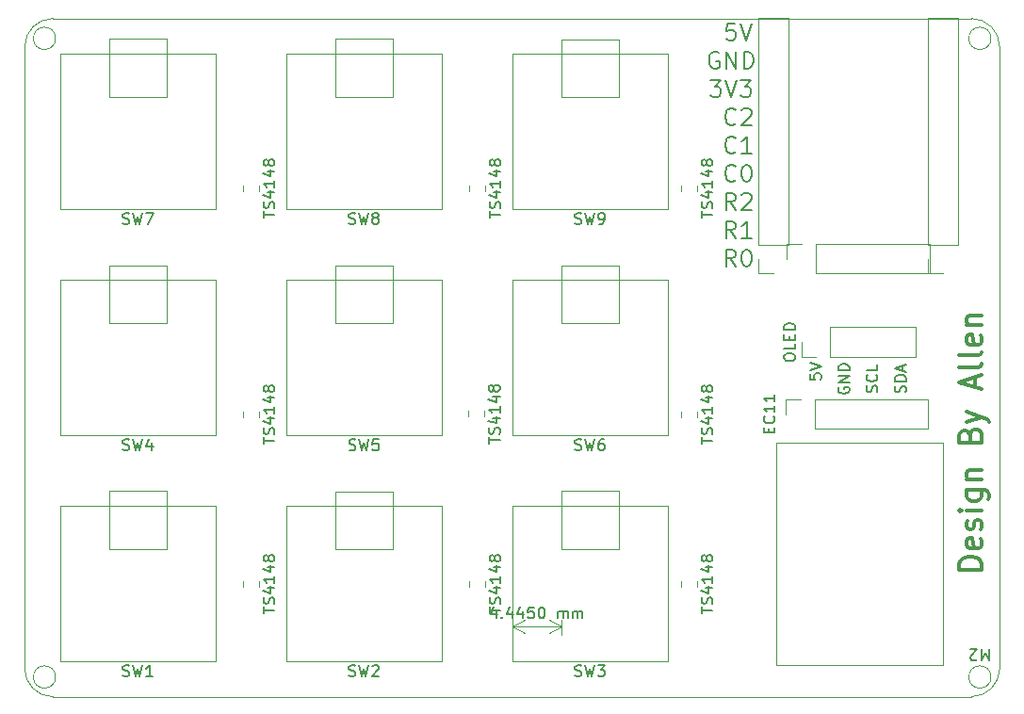
<source format=gbr>
%TF.GenerationSoftware,KiCad,Pcbnew,(6.0.5)*%
%TF.CreationDate,2022-06-17T09:46:01+08:00*%
%TF.ProjectId,keyboard_V4,6b657962-6f61-4726-945f-56342e6b6963,rev?*%
%TF.SameCoordinates,Original*%
%TF.FileFunction,Legend,Top*%
%TF.FilePolarity,Positive*%
%FSLAX46Y46*%
G04 Gerber Fmt 4.6, Leading zero omitted, Abs format (unit mm)*
G04 Created by KiCad (PCBNEW (6.0.5)) date 2022-06-17 09:46:01*
%MOMM*%
%LPD*%
G01*
G04 APERTURE LIST*
%TA.AperFunction,Profile*%
%ADD10C,0.050000*%
%TD*%
%ADD11C,0.200000*%
%ADD12C,0.150000*%
%ADD13C,0.300000*%
%ADD14C,0.120000*%
G04 APERTURE END LIST*
D10*
X43241538Y-103567747D02*
X38059938Y-103567747D01*
X38059938Y-103567747D02*
X38059938Y-98356147D01*
X38059938Y-98356147D02*
X43241538Y-98356147D01*
X43241538Y-98356147D02*
X43241538Y-103567747D01*
X115570000Y-55880000D02*
X33020000Y-55880000D01*
X83870800Y-83235800D02*
X78689200Y-83235800D01*
X78689200Y-83235800D02*
X78689200Y-78054200D01*
X78689200Y-78054200D02*
X83870800Y-78054200D01*
X83870800Y-78054200D02*
X83870800Y-83235800D01*
X117332000Y-57658000D02*
G75*
G03*
X117332000Y-57658000I-1000000J0D01*
G01*
X83876806Y-103567747D02*
X78695206Y-103567747D01*
X78695206Y-103567747D02*
X78695206Y-98366147D01*
X78695206Y-98366147D02*
X83876806Y-98366147D01*
X83876806Y-98366147D02*
X83876806Y-103567747D01*
X43241538Y-83255800D02*
X38059938Y-83255800D01*
X38059938Y-83255800D02*
X38059938Y-78054200D01*
X38059938Y-78054200D02*
X43241538Y-78054200D01*
X43241538Y-78054200D02*
X43241538Y-83255800D01*
X63559172Y-83255800D02*
X58377572Y-83255800D01*
X58377572Y-83255800D02*
X58377572Y-78054200D01*
X58377572Y-78054200D02*
X63559172Y-78054200D01*
X63559172Y-78054200D02*
X63559172Y-83255800D01*
X63550800Y-103575000D02*
X58369200Y-103575000D01*
X58369200Y-103575000D02*
X58369200Y-98373400D01*
X58369200Y-98373400D02*
X63550800Y-98373400D01*
X63550800Y-98373400D02*
X63550800Y-103575000D01*
X117332000Y-115062000D02*
G75*
G03*
X117332000Y-115062000I-1000000J0D01*
G01*
X118110000Y-58420000D02*
X118110000Y-114300000D01*
X30480000Y-58420000D02*
X30480000Y-114300000D01*
X30480000Y-114300000D02*
G75*
G03*
X33020000Y-116840000I2540000J0D01*
G01*
X43230800Y-62935800D02*
X38049200Y-62935800D01*
X38049200Y-62935800D02*
X38049200Y-57714200D01*
X38049200Y-57714200D02*
X43230800Y-57714200D01*
X43230800Y-57714200D02*
X43230800Y-62935800D01*
X33020000Y-116840000D02*
X115570000Y-116840000D01*
X83870800Y-62925800D02*
X78689200Y-62925800D01*
X78689200Y-62925800D02*
X78689200Y-57734200D01*
X78689200Y-57734200D02*
X83870800Y-57734200D01*
X83870800Y-57734200D02*
X83870800Y-62925800D01*
X33258000Y-57658000D02*
G75*
G03*
X33258000Y-57658000I-1000000J0D01*
G01*
X33020000Y-55880000D02*
G75*
G03*
X30480000Y-58420000I0J-2540000D01*
G01*
X118110000Y-58420000D02*
G75*
G03*
X115570000Y-55880000I-2540000J0D01*
G01*
X63550800Y-62935800D02*
X58369200Y-62935800D01*
X58369200Y-62935800D02*
X58369200Y-57714200D01*
X58369200Y-57714200D02*
X63550800Y-57714200D01*
X63550800Y-57714200D02*
X63550800Y-62935800D01*
X98000000Y-94000000D02*
X113000000Y-94000000D01*
X113000000Y-94000000D02*
X113000000Y-114000000D01*
X113000000Y-114000000D02*
X98000000Y-114000000D01*
X98000000Y-114000000D02*
X98000000Y-94000000D01*
X115570000Y-116840000D02*
G75*
G03*
X118110000Y-114300000I0J2540000D01*
G01*
X33258000Y-115062000D02*
G75*
G03*
X33258000Y-115062000I-1000000J0D01*
G01*
D11*
X94365000Y-70385714D02*
X94293571Y-70457142D01*
X94079285Y-70528571D01*
X93936428Y-70528571D01*
X93722142Y-70457142D01*
X93579285Y-70314285D01*
X93507857Y-70171428D01*
X93436428Y-69885714D01*
X93436428Y-69671428D01*
X93507857Y-69385714D01*
X93579285Y-69242857D01*
X93722142Y-69100000D01*
X93936428Y-69028571D01*
X94079285Y-69028571D01*
X94293571Y-69100000D01*
X94365000Y-69171428D01*
X95293571Y-69028571D02*
X95436428Y-69028571D01*
X95579285Y-69100000D01*
X95650714Y-69171428D01*
X95722142Y-69314285D01*
X95793571Y-69600000D01*
X95793571Y-69957142D01*
X95722142Y-70242857D01*
X95650714Y-70385714D01*
X95579285Y-70457142D01*
X95436428Y-70528571D01*
X95293571Y-70528571D01*
X95150714Y-70457142D01*
X95079285Y-70385714D01*
X95007857Y-70242857D01*
X94936428Y-69957142D01*
X94936428Y-69600000D01*
X95007857Y-69314285D01*
X95079285Y-69171428D01*
X95150714Y-69100000D01*
X95293571Y-69028571D01*
X94365000Y-67845714D02*
X94293571Y-67917142D01*
X94079285Y-67988571D01*
X93936428Y-67988571D01*
X93722142Y-67917142D01*
X93579285Y-67774285D01*
X93507857Y-67631428D01*
X93436428Y-67345714D01*
X93436428Y-67131428D01*
X93507857Y-66845714D01*
X93579285Y-66702857D01*
X93722142Y-66560000D01*
X93936428Y-66488571D01*
X94079285Y-66488571D01*
X94293571Y-66560000D01*
X94365000Y-66631428D01*
X95793571Y-67988571D02*
X94936428Y-67988571D01*
X95365000Y-67988571D02*
X95365000Y-66488571D01*
X95222142Y-66702857D01*
X95079285Y-66845714D01*
X94936428Y-66917142D01*
X94365000Y-65305714D02*
X94293571Y-65377142D01*
X94079285Y-65448571D01*
X93936428Y-65448571D01*
X93722142Y-65377142D01*
X93579285Y-65234285D01*
X93507857Y-65091428D01*
X93436428Y-64805714D01*
X93436428Y-64591428D01*
X93507857Y-64305714D01*
X93579285Y-64162857D01*
X93722142Y-64020000D01*
X93936428Y-63948571D01*
X94079285Y-63948571D01*
X94293571Y-64020000D01*
X94365000Y-64091428D01*
X94936428Y-64091428D02*
X95007857Y-64020000D01*
X95150714Y-63948571D01*
X95507857Y-63948571D01*
X95650714Y-64020000D01*
X95722142Y-64091428D01*
X95793571Y-64234285D01*
X95793571Y-64377142D01*
X95722142Y-64591428D01*
X94865000Y-65448571D01*
X95793571Y-65448571D01*
X94365000Y-78148571D02*
X93865000Y-77434285D01*
X93507857Y-78148571D02*
X93507857Y-76648571D01*
X94079285Y-76648571D01*
X94222142Y-76720000D01*
X94293571Y-76791428D01*
X94365000Y-76934285D01*
X94365000Y-77148571D01*
X94293571Y-77291428D01*
X94222142Y-77362857D01*
X94079285Y-77434285D01*
X93507857Y-77434285D01*
X95293571Y-76648571D02*
X95436428Y-76648571D01*
X95579285Y-76720000D01*
X95650714Y-76791428D01*
X95722142Y-76934285D01*
X95793571Y-77220000D01*
X95793571Y-77577142D01*
X95722142Y-77862857D01*
X95650714Y-78005714D01*
X95579285Y-78077142D01*
X95436428Y-78148571D01*
X95293571Y-78148571D01*
X95150714Y-78077142D01*
X95079285Y-78005714D01*
X95007857Y-77862857D01*
X94936428Y-77577142D01*
X94936428Y-77220000D01*
X95007857Y-76934285D01*
X95079285Y-76791428D01*
X95150714Y-76720000D01*
X95293571Y-76648571D01*
D12*
X103640000Y-89026904D02*
X103592380Y-89122142D01*
X103592380Y-89265000D01*
X103640000Y-89407857D01*
X103735238Y-89503095D01*
X103830476Y-89550714D01*
X104020952Y-89598333D01*
X104163809Y-89598333D01*
X104354285Y-89550714D01*
X104449523Y-89503095D01*
X104544761Y-89407857D01*
X104592380Y-89265000D01*
X104592380Y-89169761D01*
X104544761Y-89026904D01*
X104497142Y-88979285D01*
X104163809Y-88979285D01*
X104163809Y-89169761D01*
X104592380Y-88550714D02*
X103592380Y-88550714D01*
X104592380Y-87979285D01*
X103592380Y-87979285D01*
X104592380Y-87503095D02*
X103592380Y-87503095D01*
X103592380Y-87265000D01*
X103640000Y-87122142D01*
X103735238Y-87026904D01*
X103830476Y-86979285D01*
X104020952Y-86931666D01*
X104163809Y-86931666D01*
X104354285Y-86979285D01*
X104449523Y-87026904D01*
X104544761Y-87122142D01*
X104592380Y-87265000D01*
X104592380Y-87503095D01*
D13*
X116474761Y-105408571D02*
X114474761Y-105408571D01*
X114474761Y-104932380D01*
X114570000Y-104646666D01*
X114760476Y-104456190D01*
X114950952Y-104360952D01*
X115331904Y-104265714D01*
X115617619Y-104265714D01*
X115998571Y-104360952D01*
X116189047Y-104456190D01*
X116379523Y-104646666D01*
X116474761Y-104932380D01*
X116474761Y-105408571D01*
X116379523Y-102646666D02*
X116474761Y-102837142D01*
X116474761Y-103218095D01*
X116379523Y-103408571D01*
X116189047Y-103503809D01*
X115427142Y-103503809D01*
X115236666Y-103408571D01*
X115141428Y-103218095D01*
X115141428Y-102837142D01*
X115236666Y-102646666D01*
X115427142Y-102551428D01*
X115617619Y-102551428D01*
X115808095Y-103503809D01*
X116379523Y-101789523D02*
X116474761Y-101599047D01*
X116474761Y-101218095D01*
X116379523Y-101027619D01*
X116189047Y-100932380D01*
X116093809Y-100932380D01*
X115903333Y-101027619D01*
X115808095Y-101218095D01*
X115808095Y-101503809D01*
X115712857Y-101694285D01*
X115522380Y-101789523D01*
X115427142Y-101789523D01*
X115236666Y-101694285D01*
X115141428Y-101503809D01*
X115141428Y-101218095D01*
X115236666Y-101027619D01*
X116474761Y-100075238D02*
X115141428Y-100075238D01*
X114474761Y-100075238D02*
X114570000Y-100170476D01*
X114665238Y-100075238D01*
X114570000Y-99980000D01*
X114474761Y-100075238D01*
X114665238Y-100075238D01*
X115141428Y-98265714D02*
X116760476Y-98265714D01*
X116950952Y-98360952D01*
X117046190Y-98456190D01*
X117141428Y-98646666D01*
X117141428Y-98932380D01*
X117046190Y-99122857D01*
X116379523Y-98265714D02*
X116474761Y-98456190D01*
X116474761Y-98837142D01*
X116379523Y-99027619D01*
X116284285Y-99122857D01*
X116093809Y-99218095D01*
X115522380Y-99218095D01*
X115331904Y-99122857D01*
X115236666Y-99027619D01*
X115141428Y-98837142D01*
X115141428Y-98456190D01*
X115236666Y-98265714D01*
X115141428Y-97313333D02*
X116474761Y-97313333D01*
X115331904Y-97313333D02*
X115236666Y-97218095D01*
X115141428Y-97027619D01*
X115141428Y-96741904D01*
X115236666Y-96551428D01*
X115427142Y-96456190D01*
X116474761Y-96456190D01*
X115427142Y-93313333D02*
X115522380Y-93027619D01*
X115617619Y-92932380D01*
X115808095Y-92837142D01*
X116093809Y-92837142D01*
X116284285Y-92932380D01*
X116379523Y-93027619D01*
X116474761Y-93218095D01*
X116474761Y-93980000D01*
X114474761Y-93980000D01*
X114474761Y-93313333D01*
X114570000Y-93122857D01*
X114665238Y-93027619D01*
X114855714Y-92932380D01*
X115046190Y-92932380D01*
X115236666Y-93027619D01*
X115331904Y-93122857D01*
X115427142Y-93313333D01*
X115427142Y-93980000D01*
X115141428Y-92170476D02*
X116474761Y-91694285D01*
X115141428Y-91218095D02*
X116474761Y-91694285D01*
X116950952Y-91884761D01*
X117046190Y-91980000D01*
X117141428Y-92170476D01*
X115903333Y-89027619D02*
X115903333Y-88075238D01*
X116474761Y-89218095D02*
X114474761Y-88551428D01*
X116474761Y-87884761D01*
X116474761Y-86932380D02*
X116379523Y-87122857D01*
X116189047Y-87218095D01*
X114474761Y-87218095D01*
X116474761Y-85884761D02*
X116379523Y-86075238D01*
X116189047Y-86170476D01*
X114474761Y-86170476D01*
X116379523Y-84360952D02*
X116474761Y-84551428D01*
X116474761Y-84932380D01*
X116379523Y-85122857D01*
X116189047Y-85218095D01*
X115427142Y-85218095D01*
X115236666Y-85122857D01*
X115141428Y-84932380D01*
X115141428Y-84551428D01*
X115236666Y-84360952D01*
X115427142Y-84265714D01*
X115617619Y-84265714D01*
X115808095Y-85218095D01*
X115141428Y-83408571D02*
X116474761Y-83408571D01*
X115331904Y-83408571D02*
X115236666Y-83313333D01*
X115141428Y-83122857D01*
X115141428Y-82837142D01*
X115236666Y-82646666D01*
X115427142Y-82551428D01*
X116474761Y-82551428D01*
D12*
X107073959Y-89455476D02*
X107121578Y-89312619D01*
X107121578Y-89074523D01*
X107073959Y-88979285D01*
X107026340Y-88931666D01*
X106931102Y-88884047D01*
X106835864Y-88884047D01*
X106740626Y-88931666D01*
X106693007Y-88979285D01*
X106645388Y-89074523D01*
X106597769Y-89265000D01*
X106550150Y-89360238D01*
X106502531Y-89407857D01*
X106407293Y-89455476D01*
X106312055Y-89455476D01*
X106216817Y-89407857D01*
X106169198Y-89360238D01*
X106121578Y-89265000D01*
X106121578Y-89026904D01*
X106169198Y-88884047D01*
X107026340Y-87884047D02*
X107073959Y-87931666D01*
X107121578Y-88074523D01*
X107121578Y-88169761D01*
X107073959Y-88312619D01*
X106978721Y-88407857D01*
X106883483Y-88455476D01*
X106693007Y-88503095D01*
X106550150Y-88503095D01*
X106359674Y-88455476D01*
X106264436Y-88407857D01*
X106169198Y-88312619D01*
X106121578Y-88169761D01*
X106121578Y-88074523D01*
X106169198Y-87931666D01*
X106216817Y-87884047D01*
X107121578Y-86979285D02*
X107121578Y-87455476D01*
X106121578Y-87455476D01*
X117141523Y-112577619D02*
X117141523Y-113577619D01*
X116808190Y-112863333D01*
X116474857Y-113577619D01*
X116474857Y-112577619D01*
X116046285Y-113482380D02*
X115998666Y-113530000D01*
X115903428Y-113577619D01*
X115665333Y-113577619D01*
X115570095Y-113530000D01*
X115522476Y-113482380D01*
X115474857Y-113387142D01*
X115474857Y-113291904D01*
X115522476Y-113149047D01*
X116093904Y-112577619D01*
X115474857Y-112577619D01*
D11*
X92122857Y-61408571D02*
X93051428Y-61408571D01*
X92551428Y-61980000D01*
X92765714Y-61980000D01*
X92908571Y-62051428D01*
X92980000Y-62122857D01*
X93051428Y-62265714D01*
X93051428Y-62622857D01*
X92980000Y-62765714D01*
X92908571Y-62837142D01*
X92765714Y-62908571D01*
X92337142Y-62908571D01*
X92194285Y-62837142D01*
X92122857Y-62765714D01*
X93480000Y-61408571D02*
X93980000Y-62908571D01*
X94480000Y-61408571D01*
X94837142Y-61408571D02*
X95765714Y-61408571D01*
X95265714Y-61980000D01*
X95480000Y-61980000D01*
X95622857Y-62051428D01*
X95694285Y-62122857D01*
X95765714Y-62265714D01*
X95765714Y-62622857D01*
X95694285Y-62765714D01*
X95622857Y-62837142D01*
X95480000Y-62908571D01*
X95051428Y-62908571D01*
X94908571Y-62837142D01*
X94837142Y-62765714D01*
D12*
X109637525Y-89479285D02*
X109685144Y-89336428D01*
X109685144Y-89098333D01*
X109637525Y-89003095D01*
X109589906Y-88955476D01*
X109494668Y-88907857D01*
X109399430Y-88907857D01*
X109304192Y-88955476D01*
X109256573Y-89003095D01*
X109208954Y-89098333D01*
X109161335Y-89288809D01*
X109113716Y-89384047D01*
X109066097Y-89431666D01*
X108970859Y-89479285D01*
X108875621Y-89479285D01*
X108780383Y-89431666D01*
X108732764Y-89384047D01*
X108685144Y-89288809D01*
X108685144Y-89050714D01*
X108732764Y-88907857D01*
X109685144Y-88479285D02*
X108685144Y-88479285D01*
X108685144Y-88241190D01*
X108732764Y-88098333D01*
X108828002Y-88003095D01*
X108923240Y-87955476D01*
X109113716Y-87907857D01*
X109256573Y-87907857D01*
X109447049Y-87955476D01*
X109542287Y-88003095D01*
X109637525Y-88098333D01*
X109685144Y-88241190D01*
X109685144Y-88479285D01*
X109399430Y-87526904D02*
X109399430Y-87050714D01*
X109685144Y-87622142D02*
X108685144Y-87288809D01*
X109685144Y-86955476D01*
D11*
X94365000Y-73068571D02*
X93865000Y-72354285D01*
X93507857Y-73068571D02*
X93507857Y-71568571D01*
X94079285Y-71568571D01*
X94222142Y-71640000D01*
X94293571Y-71711428D01*
X94365000Y-71854285D01*
X94365000Y-72068571D01*
X94293571Y-72211428D01*
X94222142Y-72282857D01*
X94079285Y-72354285D01*
X93507857Y-72354285D01*
X94936428Y-71711428D02*
X95007857Y-71640000D01*
X95150714Y-71568571D01*
X95507857Y-71568571D01*
X95650714Y-71640000D01*
X95722142Y-71711428D01*
X95793571Y-71854285D01*
X95793571Y-71997142D01*
X95722142Y-72211428D01*
X94865000Y-73068571D01*
X95793571Y-73068571D01*
D12*
X101062380Y-87820476D02*
X101062380Y-88296666D01*
X101538571Y-88344285D01*
X101490952Y-88296666D01*
X101443333Y-88201428D01*
X101443333Y-87963333D01*
X101490952Y-87868095D01*
X101538571Y-87820476D01*
X101633809Y-87772857D01*
X101871904Y-87772857D01*
X101967142Y-87820476D01*
X102014761Y-87868095D01*
X102062380Y-87963333D01*
X102062380Y-88201428D01*
X102014761Y-88296666D01*
X101967142Y-88344285D01*
X101062380Y-87487142D02*
X102062380Y-87153809D01*
X101062380Y-86820476D01*
D11*
X92837142Y-58940000D02*
X92694285Y-58868571D01*
X92480000Y-58868571D01*
X92265714Y-58940000D01*
X92122857Y-59082857D01*
X92051428Y-59225714D01*
X91980000Y-59511428D01*
X91980000Y-59725714D01*
X92051428Y-60011428D01*
X92122857Y-60154285D01*
X92265714Y-60297142D01*
X92480000Y-60368571D01*
X92622857Y-60368571D01*
X92837142Y-60297142D01*
X92908571Y-60225714D01*
X92908571Y-59725714D01*
X92622857Y-59725714D01*
X93551428Y-60368571D02*
X93551428Y-58868571D01*
X94408571Y-60368571D01*
X94408571Y-58868571D01*
X95122857Y-60368571D02*
X95122857Y-58868571D01*
X95480000Y-58868571D01*
X95694285Y-58940000D01*
X95837142Y-59082857D01*
X95908571Y-59225714D01*
X95980000Y-59511428D01*
X95980000Y-59725714D01*
X95908571Y-60011428D01*
X95837142Y-60154285D01*
X95694285Y-60297142D01*
X95480000Y-60368571D01*
X95122857Y-60368571D01*
X94365000Y-75608571D02*
X93865000Y-74894285D01*
X93507857Y-75608571D02*
X93507857Y-74108571D01*
X94079285Y-74108571D01*
X94222142Y-74180000D01*
X94293571Y-74251428D01*
X94365000Y-74394285D01*
X94365000Y-74608571D01*
X94293571Y-74751428D01*
X94222142Y-74822857D01*
X94079285Y-74894285D01*
X93507857Y-74894285D01*
X95793571Y-75608571D02*
X94936428Y-75608571D01*
X95365000Y-75608571D02*
X95365000Y-74108571D01*
X95222142Y-74322857D01*
X95079285Y-74465714D01*
X94936428Y-74537142D01*
X94329285Y-56328571D02*
X93615000Y-56328571D01*
X93543571Y-57042857D01*
X93615000Y-56971428D01*
X93757857Y-56900000D01*
X94115000Y-56900000D01*
X94257857Y-56971428D01*
X94329285Y-57042857D01*
X94400714Y-57185714D01*
X94400714Y-57542857D01*
X94329285Y-57685714D01*
X94257857Y-57757142D01*
X94115000Y-57828571D01*
X93757857Y-57828571D01*
X93615000Y-57757142D01*
X93543571Y-57685714D01*
X94829285Y-56328571D02*
X95329285Y-57828571D01*
X95829285Y-56328571D01*
D12*
X72850833Y-109125714D02*
X72850833Y-109792380D01*
X72612738Y-108744761D02*
X72374642Y-109459047D01*
X72993690Y-109459047D01*
X73374642Y-109697142D02*
X73422261Y-109744761D01*
X73374642Y-109792380D01*
X73327023Y-109744761D01*
X73374642Y-109697142D01*
X73374642Y-109792380D01*
X74279404Y-109125714D02*
X74279404Y-109792380D01*
X74041309Y-108744761D02*
X73803214Y-109459047D01*
X74422261Y-109459047D01*
X75231785Y-109125714D02*
X75231785Y-109792380D01*
X74993690Y-108744761D02*
X74755595Y-109459047D01*
X75374642Y-109459047D01*
X76231785Y-108792380D02*
X75755595Y-108792380D01*
X75707976Y-109268571D01*
X75755595Y-109220952D01*
X75850833Y-109173333D01*
X76088928Y-109173333D01*
X76184166Y-109220952D01*
X76231785Y-109268571D01*
X76279404Y-109363809D01*
X76279404Y-109601904D01*
X76231785Y-109697142D01*
X76184166Y-109744761D01*
X76088928Y-109792380D01*
X75850833Y-109792380D01*
X75755595Y-109744761D01*
X75707976Y-109697142D01*
X76898452Y-108792380D02*
X76993690Y-108792380D01*
X77088928Y-108840000D01*
X77136547Y-108887619D01*
X77184166Y-108982857D01*
X77231785Y-109173333D01*
X77231785Y-109411428D01*
X77184166Y-109601904D01*
X77136547Y-109697142D01*
X77088928Y-109744761D01*
X76993690Y-109792380D01*
X76898452Y-109792380D01*
X76803214Y-109744761D01*
X76755595Y-109697142D01*
X76707976Y-109601904D01*
X76660357Y-109411428D01*
X76660357Y-109173333D01*
X76707976Y-108982857D01*
X76755595Y-108887619D01*
X76803214Y-108840000D01*
X76898452Y-108792380D01*
X78422261Y-109792380D02*
X78422261Y-109125714D01*
X78422261Y-109220952D02*
X78469880Y-109173333D01*
X78565119Y-109125714D01*
X78707976Y-109125714D01*
X78803214Y-109173333D01*
X78850833Y-109268571D01*
X78850833Y-109792380D01*
X78850833Y-109268571D02*
X78898452Y-109173333D01*
X78993690Y-109125714D01*
X79136547Y-109125714D01*
X79231785Y-109173333D01*
X79279404Y-109268571D01*
X79279404Y-109792380D01*
X79755595Y-109792380D02*
X79755595Y-109125714D01*
X79755595Y-109220952D02*
X79803214Y-109173333D01*
X79898452Y-109125714D01*
X80041309Y-109125714D01*
X80136547Y-109173333D01*
X80184166Y-109268571D01*
X80184166Y-109792380D01*
X80184166Y-109268571D02*
X80231785Y-109173333D01*
X80327023Y-109125714D01*
X80469880Y-109125714D01*
X80565119Y-109173333D01*
X80612738Y-109268571D01*
X80612738Y-109792380D01*
D10*
X78740000Y-111260000D02*
X78740000Y-109903580D01*
X74295000Y-111260000D02*
X74295000Y-109903580D01*
X78740000Y-110490000D02*
X74295000Y-110490000D01*
X78740000Y-110490000D02*
X74295000Y-110490000D01*
X78740000Y-110490000D02*
X77613496Y-109903579D01*
X78740000Y-110490000D02*
X77613496Y-111076421D01*
X74295000Y-110490000D02*
X75421504Y-111076421D01*
X74295000Y-110490000D02*
X75421504Y-109903579D01*
D12*
%TO.C,TS4148*%
X72179057Y-94067909D02*
X72179057Y-93496481D01*
X73179057Y-93782195D02*
X72179057Y-93782195D01*
X73131438Y-93210766D02*
X73179057Y-93067909D01*
X73179057Y-92829814D01*
X73131438Y-92734576D01*
X73083819Y-92686957D01*
X72988581Y-92639338D01*
X72893343Y-92639338D01*
X72798105Y-92686957D01*
X72750486Y-92734576D01*
X72702867Y-92829814D01*
X72655248Y-93020290D01*
X72607629Y-93115528D01*
X72560010Y-93163147D01*
X72464772Y-93210766D01*
X72369534Y-93210766D01*
X72274296Y-93163147D01*
X72226677Y-93115528D01*
X72179057Y-93020290D01*
X72179057Y-92782195D01*
X72226677Y-92639338D01*
X72512391Y-91782195D02*
X73179057Y-91782195D01*
X72131438Y-92020290D02*
X72845724Y-92258385D01*
X72845724Y-91639338D01*
X73179057Y-90734576D02*
X73179057Y-91306004D01*
X73179057Y-91020290D02*
X72179057Y-91020290D01*
X72321915Y-91115528D01*
X72417153Y-91210766D01*
X72464772Y-91306004D01*
X72512391Y-89877433D02*
X73179057Y-89877433D01*
X72131438Y-90115528D02*
X72845724Y-90353623D01*
X72845724Y-89734576D01*
X72607629Y-89210766D02*
X72560010Y-89306004D01*
X72512391Y-89353623D01*
X72417153Y-89401243D01*
X72369534Y-89401243D01*
X72274296Y-89353623D01*
X72226677Y-89306004D01*
X72179057Y-89210766D01*
X72179057Y-89020290D01*
X72226677Y-88925052D01*
X72274296Y-88877433D01*
X72369534Y-88829814D01*
X72417153Y-88829814D01*
X72512391Y-88877433D01*
X72560010Y-88925052D01*
X72607629Y-89020290D01*
X72607629Y-89210766D01*
X72655248Y-89306004D01*
X72702867Y-89353623D01*
X72798105Y-89401243D01*
X72988581Y-89401243D01*
X73083819Y-89353623D01*
X73131438Y-89306004D01*
X73179057Y-89210766D01*
X73179057Y-89020290D01*
X73131438Y-88925052D01*
X73083819Y-88877433D01*
X72988581Y-88829814D01*
X72798105Y-88829814D01*
X72702867Y-88877433D01*
X72655248Y-88925052D01*
X72607629Y-89020290D01*
%TO.C,SW7*%
X39306666Y-74318761D02*
X39449523Y-74366380D01*
X39687619Y-74366380D01*
X39782857Y-74318761D01*
X39830476Y-74271142D01*
X39878095Y-74175904D01*
X39878095Y-74080666D01*
X39830476Y-73985428D01*
X39782857Y-73937809D01*
X39687619Y-73890190D01*
X39497142Y-73842571D01*
X39401904Y-73794952D01*
X39354285Y-73747333D01*
X39306666Y-73652095D01*
X39306666Y-73556857D01*
X39354285Y-73461619D01*
X39401904Y-73414000D01*
X39497142Y-73366380D01*
X39735238Y-73366380D01*
X39878095Y-73414000D01*
X40211428Y-73366380D02*
X40449523Y-74366380D01*
X40640000Y-73652095D01*
X40830476Y-74366380D01*
X41068571Y-73366380D01*
X41354285Y-73366380D02*
X42020952Y-73366380D01*
X41592380Y-74366380D01*
%TO.C,SW8*%
X59626666Y-74318761D02*
X59769523Y-74366380D01*
X60007619Y-74366380D01*
X60102857Y-74318761D01*
X60150476Y-74271142D01*
X60198095Y-74175904D01*
X60198095Y-74080666D01*
X60150476Y-73985428D01*
X60102857Y-73937809D01*
X60007619Y-73890190D01*
X59817142Y-73842571D01*
X59721904Y-73794952D01*
X59674285Y-73747333D01*
X59626666Y-73652095D01*
X59626666Y-73556857D01*
X59674285Y-73461619D01*
X59721904Y-73414000D01*
X59817142Y-73366380D01*
X60055238Y-73366380D01*
X60198095Y-73414000D01*
X60531428Y-73366380D02*
X60769523Y-74366380D01*
X60960000Y-73652095D01*
X61150476Y-74366380D01*
X61388571Y-73366380D01*
X61912380Y-73794952D02*
X61817142Y-73747333D01*
X61769523Y-73699714D01*
X61721904Y-73604476D01*
X61721904Y-73556857D01*
X61769523Y-73461619D01*
X61817142Y-73414000D01*
X61912380Y-73366380D01*
X62102857Y-73366380D01*
X62198095Y-73414000D01*
X62245714Y-73461619D01*
X62293333Y-73556857D01*
X62293333Y-73604476D01*
X62245714Y-73699714D01*
X62198095Y-73747333D01*
X62102857Y-73794952D01*
X61912380Y-73794952D01*
X61817142Y-73842571D01*
X61769523Y-73890190D01*
X61721904Y-73985428D01*
X61721904Y-74175904D01*
X61769523Y-74271142D01*
X61817142Y-74318761D01*
X61912380Y-74366380D01*
X62102857Y-74366380D01*
X62198095Y-74318761D01*
X62245714Y-74271142D01*
X62293333Y-74175904D01*
X62293333Y-73985428D01*
X62245714Y-73890190D01*
X62198095Y-73842571D01*
X62102857Y-73794952D01*
%TO.C,TS4148*%
X51932380Y-73786666D02*
X51932380Y-73215238D01*
X52932380Y-73500952D02*
X51932380Y-73500952D01*
X52884761Y-72929523D02*
X52932380Y-72786666D01*
X52932380Y-72548571D01*
X52884761Y-72453333D01*
X52837142Y-72405714D01*
X52741904Y-72358095D01*
X52646666Y-72358095D01*
X52551428Y-72405714D01*
X52503809Y-72453333D01*
X52456190Y-72548571D01*
X52408571Y-72739047D01*
X52360952Y-72834285D01*
X52313333Y-72881904D01*
X52218095Y-72929523D01*
X52122857Y-72929523D01*
X52027619Y-72881904D01*
X51980000Y-72834285D01*
X51932380Y-72739047D01*
X51932380Y-72500952D01*
X51980000Y-72358095D01*
X52265714Y-71500952D02*
X52932380Y-71500952D01*
X51884761Y-71739047D02*
X52599047Y-71977142D01*
X52599047Y-71358095D01*
X52932380Y-70453333D02*
X52932380Y-71024761D01*
X52932380Y-70739047D02*
X51932380Y-70739047D01*
X52075238Y-70834285D01*
X52170476Y-70929523D01*
X52218095Y-71024761D01*
X52265714Y-69596190D02*
X52932380Y-69596190D01*
X51884761Y-69834285D02*
X52599047Y-70072380D01*
X52599047Y-69453333D01*
X52360952Y-68929523D02*
X52313333Y-69024761D01*
X52265714Y-69072380D01*
X52170476Y-69120000D01*
X52122857Y-69120000D01*
X52027619Y-69072380D01*
X51980000Y-69024761D01*
X51932380Y-68929523D01*
X51932380Y-68739047D01*
X51980000Y-68643809D01*
X52027619Y-68596190D01*
X52122857Y-68548571D01*
X52170476Y-68548571D01*
X52265714Y-68596190D01*
X52313333Y-68643809D01*
X52360952Y-68739047D01*
X52360952Y-68929523D01*
X52408571Y-69024761D01*
X52456190Y-69072380D01*
X52551428Y-69120000D01*
X52741904Y-69120000D01*
X52837142Y-69072380D01*
X52884761Y-69024761D01*
X52932380Y-68929523D01*
X52932380Y-68739047D01*
X52884761Y-68643809D01*
X52837142Y-68596190D01*
X52741904Y-68548571D01*
X52551428Y-68548571D01*
X52456190Y-68596190D01*
X52408571Y-68643809D01*
X52360952Y-68739047D01*
X72252380Y-109346666D02*
X72252380Y-108775238D01*
X73252380Y-109060952D02*
X72252380Y-109060952D01*
X73204761Y-108489523D02*
X73252380Y-108346666D01*
X73252380Y-108108571D01*
X73204761Y-108013333D01*
X73157142Y-107965714D01*
X73061904Y-107918095D01*
X72966666Y-107918095D01*
X72871428Y-107965714D01*
X72823809Y-108013333D01*
X72776190Y-108108571D01*
X72728571Y-108299047D01*
X72680952Y-108394285D01*
X72633333Y-108441904D01*
X72538095Y-108489523D01*
X72442857Y-108489523D01*
X72347619Y-108441904D01*
X72300000Y-108394285D01*
X72252380Y-108299047D01*
X72252380Y-108060952D01*
X72300000Y-107918095D01*
X72585714Y-107060952D02*
X73252380Y-107060952D01*
X72204761Y-107299047D02*
X72919047Y-107537142D01*
X72919047Y-106918095D01*
X73252380Y-106013333D02*
X73252380Y-106584761D01*
X73252380Y-106299047D02*
X72252380Y-106299047D01*
X72395238Y-106394285D01*
X72490476Y-106489523D01*
X72538095Y-106584761D01*
X72585714Y-105156190D02*
X73252380Y-105156190D01*
X72204761Y-105394285D02*
X72919047Y-105632380D01*
X72919047Y-105013333D01*
X72680952Y-104489523D02*
X72633333Y-104584761D01*
X72585714Y-104632380D01*
X72490476Y-104680000D01*
X72442857Y-104680000D01*
X72347619Y-104632380D01*
X72300000Y-104584761D01*
X72252380Y-104489523D01*
X72252380Y-104299047D01*
X72300000Y-104203809D01*
X72347619Y-104156190D01*
X72442857Y-104108571D01*
X72490476Y-104108571D01*
X72585714Y-104156190D01*
X72633333Y-104203809D01*
X72680952Y-104299047D01*
X72680952Y-104489523D01*
X72728571Y-104584761D01*
X72776190Y-104632380D01*
X72871428Y-104680000D01*
X73061904Y-104680000D01*
X73157142Y-104632380D01*
X73204761Y-104584761D01*
X73252380Y-104489523D01*
X73252380Y-104299047D01*
X73204761Y-104203809D01*
X73157142Y-104156190D01*
X73061904Y-104108571D01*
X72871428Y-104108571D01*
X72776190Y-104156190D01*
X72728571Y-104203809D01*
X72680952Y-104299047D01*
X91302380Y-73786666D02*
X91302380Y-73215238D01*
X92302380Y-73500952D02*
X91302380Y-73500952D01*
X92254761Y-72929523D02*
X92302380Y-72786666D01*
X92302380Y-72548571D01*
X92254761Y-72453333D01*
X92207142Y-72405714D01*
X92111904Y-72358095D01*
X92016666Y-72358095D01*
X91921428Y-72405714D01*
X91873809Y-72453333D01*
X91826190Y-72548571D01*
X91778571Y-72739047D01*
X91730952Y-72834285D01*
X91683333Y-72881904D01*
X91588095Y-72929523D01*
X91492857Y-72929523D01*
X91397619Y-72881904D01*
X91350000Y-72834285D01*
X91302380Y-72739047D01*
X91302380Y-72500952D01*
X91350000Y-72358095D01*
X91635714Y-71500952D02*
X92302380Y-71500952D01*
X91254761Y-71739047D02*
X91969047Y-71977142D01*
X91969047Y-71358095D01*
X92302380Y-70453333D02*
X92302380Y-71024761D01*
X92302380Y-70739047D02*
X91302380Y-70739047D01*
X91445238Y-70834285D01*
X91540476Y-70929523D01*
X91588095Y-71024761D01*
X91635714Y-69596190D02*
X92302380Y-69596190D01*
X91254761Y-69834285D02*
X91969047Y-70072380D01*
X91969047Y-69453333D01*
X91730952Y-68929523D02*
X91683333Y-69024761D01*
X91635714Y-69072380D01*
X91540476Y-69120000D01*
X91492857Y-69120000D01*
X91397619Y-69072380D01*
X91350000Y-69024761D01*
X91302380Y-68929523D01*
X91302380Y-68739047D01*
X91350000Y-68643809D01*
X91397619Y-68596190D01*
X91492857Y-68548571D01*
X91540476Y-68548571D01*
X91635714Y-68596190D01*
X91683333Y-68643809D01*
X91730952Y-68739047D01*
X91730952Y-68929523D01*
X91778571Y-69024761D01*
X91826190Y-69072380D01*
X91921428Y-69120000D01*
X92111904Y-69120000D01*
X92207142Y-69072380D01*
X92254761Y-69024761D01*
X92302380Y-68929523D01*
X92302380Y-68739047D01*
X92254761Y-68643809D01*
X92207142Y-68596190D01*
X92111904Y-68548571D01*
X91921428Y-68548571D01*
X91826190Y-68596190D01*
X91778571Y-68643809D01*
X91730952Y-68739047D01*
X51932380Y-94106666D02*
X51932380Y-93535238D01*
X52932380Y-93820952D02*
X51932380Y-93820952D01*
X52884761Y-93249523D02*
X52932380Y-93106666D01*
X52932380Y-92868571D01*
X52884761Y-92773333D01*
X52837142Y-92725714D01*
X52741904Y-92678095D01*
X52646666Y-92678095D01*
X52551428Y-92725714D01*
X52503809Y-92773333D01*
X52456190Y-92868571D01*
X52408571Y-93059047D01*
X52360952Y-93154285D01*
X52313333Y-93201904D01*
X52218095Y-93249523D01*
X52122857Y-93249523D01*
X52027619Y-93201904D01*
X51980000Y-93154285D01*
X51932380Y-93059047D01*
X51932380Y-92820952D01*
X51980000Y-92678095D01*
X52265714Y-91820952D02*
X52932380Y-91820952D01*
X51884761Y-92059047D02*
X52599047Y-92297142D01*
X52599047Y-91678095D01*
X52932380Y-90773333D02*
X52932380Y-91344761D01*
X52932380Y-91059047D02*
X51932380Y-91059047D01*
X52075238Y-91154285D01*
X52170476Y-91249523D01*
X52218095Y-91344761D01*
X52265714Y-89916190D02*
X52932380Y-89916190D01*
X51884761Y-90154285D02*
X52599047Y-90392380D01*
X52599047Y-89773333D01*
X52360952Y-89249523D02*
X52313333Y-89344761D01*
X52265714Y-89392380D01*
X52170476Y-89440000D01*
X52122857Y-89440000D01*
X52027619Y-89392380D01*
X51980000Y-89344761D01*
X51932380Y-89249523D01*
X51932380Y-89059047D01*
X51980000Y-88963809D01*
X52027619Y-88916190D01*
X52122857Y-88868571D01*
X52170476Y-88868571D01*
X52265714Y-88916190D01*
X52313333Y-88963809D01*
X52360952Y-89059047D01*
X52360952Y-89249523D01*
X52408571Y-89344761D01*
X52456190Y-89392380D01*
X52551428Y-89440000D01*
X52741904Y-89440000D01*
X52837142Y-89392380D01*
X52884761Y-89344761D01*
X52932380Y-89249523D01*
X52932380Y-89059047D01*
X52884761Y-88963809D01*
X52837142Y-88916190D01*
X52741904Y-88868571D01*
X52551428Y-88868571D01*
X52456190Y-88916190D01*
X52408571Y-88963809D01*
X52360952Y-89059047D01*
%TO.C,SW3*%
X79946666Y-114958761D02*
X80089523Y-115006380D01*
X80327619Y-115006380D01*
X80422857Y-114958761D01*
X80470476Y-114911142D01*
X80518095Y-114815904D01*
X80518095Y-114720666D01*
X80470476Y-114625428D01*
X80422857Y-114577809D01*
X80327619Y-114530190D01*
X80137142Y-114482571D01*
X80041904Y-114434952D01*
X79994285Y-114387333D01*
X79946666Y-114292095D01*
X79946666Y-114196857D01*
X79994285Y-114101619D01*
X80041904Y-114054000D01*
X80137142Y-114006380D01*
X80375238Y-114006380D01*
X80518095Y-114054000D01*
X80851428Y-114006380D02*
X81089523Y-115006380D01*
X81280000Y-114292095D01*
X81470476Y-115006380D01*
X81708571Y-114006380D01*
X81994285Y-114006380D02*
X82613333Y-114006380D01*
X82280000Y-114387333D01*
X82422857Y-114387333D01*
X82518095Y-114434952D01*
X82565714Y-114482571D01*
X82613333Y-114577809D01*
X82613333Y-114815904D01*
X82565714Y-114911142D01*
X82518095Y-114958761D01*
X82422857Y-115006380D01*
X82137142Y-115006380D01*
X82041904Y-114958761D01*
X81994285Y-114911142D01*
%TO.C,SW2*%
X59626666Y-114958761D02*
X59769523Y-115006380D01*
X60007619Y-115006380D01*
X60102857Y-114958761D01*
X60150476Y-114911142D01*
X60198095Y-114815904D01*
X60198095Y-114720666D01*
X60150476Y-114625428D01*
X60102857Y-114577809D01*
X60007619Y-114530190D01*
X59817142Y-114482571D01*
X59721904Y-114434952D01*
X59674285Y-114387333D01*
X59626666Y-114292095D01*
X59626666Y-114196857D01*
X59674285Y-114101619D01*
X59721904Y-114054000D01*
X59817142Y-114006380D01*
X60055238Y-114006380D01*
X60198095Y-114054000D01*
X60531428Y-114006380D02*
X60769523Y-115006380D01*
X60960000Y-114292095D01*
X61150476Y-115006380D01*
X61388571Y-114006380D01*
X61721904Y-114101619D02*
X61769523Y-114054000D01*
X61864761Y-114006380D01*
X62102857Y-114006380D01*
X62198095Y-114054000D01*
X62245714Y-114101619D01*
X62293333Y-114196857D01*
X62293333Y-114292095D01*
X62245714Y-114434952D01*
X61674285Y-115006380D01*
X62293333Y-115006380D01*
%TO.C,SW4*%
X39306666Y-94638761D02*
X39449523Y-94686380D01*
X39687619Y-94686380D01*
X39782857Y-94638761D01*
X39830476Y-94591142D01*
X39878095Y-94495904D01*
X39878095Y-94400666D01*
X39830476Y-94305428D01*
X39782857Y-94257809D01*
X39687619Y-94210190D01*
X39497142Y-94162571D01*
X39401904Y-94114952D01*
X39354285Y-94067333D01*
X39306666Y-93972095D01*
X39306666Y-93876857D01*
X39354285Y-93781619D01*
X39401904Y-93734000D01*
X39497142Y-93686380D01*
X39735238Y-93686380D01*
X39878095Y-93734000D01*
X40211428Y-93686380D02*
X40449523Y-94686380D01*
X40640000Y-93972095D01*
X40830476Y-94686380D01*
X41068571Y-93686380D01*
X41878095Y-94019714D02*
X41878095Y-94686380D01*
X41640000Y-93638761D02*
X41401904Y-94353047D01*
X42020952Y-94353047D01*
%TO.C,SW5*%
X59645884Y-94648370D02*
X59788741Y-94695989D01*
X60026837Y-94695989D01*
X60122075Y-94648370D01*
X60169694Y-94600751D01*
X60217313Y-94505513D01*
X60217313Y-94410275D01*
X60169694Y-94315037D01*
X60122075Y-94267418D01*
X60026837Y-94219799D01*
X59836360Y-94172180D01*
X59741122Y-94124561D01*
X59693503Y-94076942D01*
X59645884Y-93981704D01*
X59645884Y-93886466D01*
X59693503Y-93791228D01*
X59741122Y-93743609D01*
X59836360Y-93695989D01*
X60074456Y-93695989D01*
X60217313Y-93743609D01*
X60550646Y-93695989D02*
X60788741Y-94695989D01*
X60979218Y-93981704D01*
X61169694Y-94695989D01*
X61407789Y-93695989D01*
X62264932Y-93695989D02*
X61788741Y-93695989D01*
X61741122Y-94172180D01*
X61788741Y-94124561D01*
X61883979Y-94076942D01*
X62122075Y-94076942D01*
X62217313Y-94124561D01*
X62264932Y-94172180D01*
X62312551Y-94267418D01*
X62312551Y-94505513D01*
X62264932Y-94600751D01*
X62217313Y-94648370D01*
X62122075Y-94695989D01*
X61883979Y-94695989D01*
X61788741Y-94648370D01*
X61741122Y-94600751D01*
%TO.C,SW9*%
X79946666Y-74318761D02*
X80089523Y-74366380D01*
X80327619Y-74366380D01*
X80422857Y-74318761D01*
X80470476Y-74271142D01*
X80518095Y-74175904D01*
X80518095Y-74080666D01*
X80470476Y-73985428D01*
X80422857Y-73937809D01*
X80327619Y-73890190D01*
X80137142Y-73842571D01*
X80041904Y-73794952D01*
X79994285Y-73747333D01*
X79946666Y-73652095D01*
X79946666Y-73556857D01*
X79994285Y-73461619D01*
X80041904Y-73414000D01*
X80137142Y-73366380D01*
X80375238Y-73366380D01*
X80518095Y-73414000D01*
X80851428Y-73366380D02*
X81089523Y-74366380D01*
X81280000Y-73652095D01*
X81470476Y-74366380D01*
X81708571Y-73366380D01*
X82137142Y-74366380D02*
X82327619Y-74366380D01*
X82422857Y-74318761D01*
X82470476Y-74271142D01*
X82565714Y-74128285D01*
X82613333Y-73937809D01*
X82613333Y-73556857D01*
X82565714Y-73461619D01*
X82518095Y-73414000D01*
X82422857Y-73366380D01*
X82232380Y-73366380D01*
X82137142Y-73414000D01*
X82089523Y-73461619D01*
X82041904Y-73556857D01*
X82041904Y-73794952D01*
X82089523Y-73890190D01*
X82137142Y-73937809D01*
X82232380Y-73985428D01*
X82422857Y-73985428D01*
X82518095Y-73937809D01*
X82565714Y-73890190D01*
X82613333Y-73794952D01*
%TO.C,TS4148*%
X91302380Y-109346666D02*
X91302380Y-108775238D01*
X92302380Y-109060952D02*
X91302380Y-109060952D01*
X92254761Y-108489523D02*
X92302380Y-108346666D01*
X92302380Y-108108571D01*
X92254761Y-108013333D01*
X92207142Y-107965714D01*
X92111904Y-107918095D01*
X92016666Y-107918095D01*
X91921428Y-107965714D01*
X91873809Y-108013333D01*
X91826190Y-108108571D01*
X91778571Y-108299047D01*
X91730952Y-108394285D01*
X91683333Y-108441904D01*
X91588095Y-108489523D01*
X91492857Y-108489523D01*
X91397619Y-108441904D01*
X91350000Y-108394285D01*
X91302380Y-108299047D01*
X91302380Y-108060952D01*
X91350000Y-107918095D01*
X91635714Y-107060952D02*
X92302380Y-107060952D01*
X91254761Y-107299047D02*
X91969047Y-107537142D01*
X91969047Y-106918095D01*
X92302380Y-106013333D02*
X92302380Y-106584761D01*
X92302380Y-106299047D02*
X91302380Y-106299047D01*
X91445238Y-106394285D01*
X91540476Y-106489523D01*
X91588095Y-106584761D01*
X91635714Y-105156190D02*
X92302380Y-105156190D01*
X91254761Y-105394285D02*
X91969047Y-105632380D01*
X91969047Y-105013333D01*
X91730952Y-104489523D02*
X91683333Y-104584761D01*
X91635714Y-104632380D01*
X91540476Y-104680000D01*
X91492857Y-104680000D01*
X91397619Y-104632380D01*
X91350000Y-104584761D01*
X91302380Y-104489523D01*
X91302380Y-104299047D01*
X91350000Y-104203809D01*
X91397619Y-104156190D01*
X91492857Y-104108571D01*
X91540476Y-104108571D01*
X91635714Y-104156190D01*
X91683333Y-104203809D01*
X91730952Y-104299047D01*
X91730952Y-104489523D01*
X91778571Y-104584761D01*
X91826190Y-104632380D01*
X91921428Y-104680000D01*
X92111904Y-104680000D01*
X92207142Y-104632380D01*
X92254761Y-104584761D01*
X92302380Y-104489523D01*
X92302380Y-104299047D01*
X92254761Y-104203809D01*
X92207142Y-104156190D01*
X92111904Y-104108571D01*
X91921428Y-104108571D01*
X91826190Y-104156190D01*
X91778571Y-104203809D01*
X91730952Y-104299047D01*
%TO.C,SW6*%
X79946666Y-94638761D02*
X80089523Y-94686380D01*
X80327619Y-94686380D01*
X80422857Y-94638761D01*
X80470476Y-94591142D01*
X80518095Y-94495904D01*
X80518095Y-94400666D01*
X80470476Y-94305428D01*
X80422857Y-94257809D01*
X80327619Y-94210190D01*
X80137142Y-94162571D01*
X80041904Y-94114952D01*
X79994285Y-94067333D01*
X79946666Y-93972095D01*
X79946666Y-93876857D01*
X79994285Y-93781619D01*
X80041904Y-93734000D01*
X80137142Y-93686380D01*
X80375238Y-93686380D01*
X80518095Y-93734000D01*
X80851428Y-93686380D02*
X81089523Y-94686380D01*
X81280000Y-93972095D01*
X81470476Y-94686380D01*
X81708571Y-93686380D01*
X82518095Y-93686380D02*
X82327619Y-93686380D01*
X82232380Y-93734000D01*
X82184761Y-93781619D01*
X82089523Y-93924476D01*
X82041904Y-94114952D01*
X82041904Y-94495904D01*
X82089523Y-94591142D01*
X82137142Y-94638761D01*
X82232380Y-94686380D01*
X82422857Y-94686380D01*
X82518095Y-94638761D01*
X82565714Y-94591142D01*
X82613333Y-94495904D01*
X82613333Y-94257809D01*
X82565714Y-94162571D01*
X82518095Y-94114952D01*
X82422857Y-94067333D01*
X82232380Y-94067333D01*
X82137142Y-94114952D01*
X82089523Y-94162571D01*
X82041904Y-94257809D01*
%TO.C,SW1*%
X39306666Y-114958761D02*
X39449523Y-115006380D01*
X39687619Y-115006380D01*
X39782857Y-114958761D01*
X39830476Y-114911142D01*
X39878095Y-114815904D01*
X39878095Y-114720666D01*
X39830476Y-114625428D01*
X39782857Y-114577809D01*
X39687619Y-114530190D01*
X39497142Y-114482571D01*
X39401904Y-114434952D01*
X39354285Y-114387333D01*
X39306666Y-114292095D01*
X39306666Y-114196857D01*
X39354285Y-114101619D01*
X39401904Y-114054000D01*
X39497142Y-114006380D01*
X39735238Y-114006380D01*
X39878095Y-114054000D01*
X40211428Y-114006380D02*
X40449523Y-115006380D01*
X40640000Y-114292095D01*
X40830476Y-115006380D01*
X41068571Y-114006380D01*
X41973333Y-115006380D02*
X41401904Y-115006380D01*
X41687619Y-115006380D02*
X41687619Y-114006380D01*
X41592380Y-114149238D01*
X41497142Y-114244476D01*
X41401904Y-114292095D01*
%TO.C,OLED*%
X98732380Y-86415380D02*
X98732380Y-86224904D01*
X98780000Y-86129666D01*
X98875238Y-86034428D01*
X99065714Y-85986809D01*
X99399047Y-85986809D01*
X99589523Y-86034428D01*
X99684761Y-86129666D01*
X99732380Y-86224904D01*
X99732380Y-86415380D01*
X99684761Y-86510619D01*
X99589523Y-86605857D01*
X99399047Y-86653476D01*
X99065714Y-86653476D01*
X98875238Y-86605857D01*
X98780000Y-86510619D01*
X98732380Y-86415380D01*
X99732380Y-85082047D02*
X99732380Y-85558238D01*
X98732380Y-85558238D01*
X99208571Y-84748714D02*
X99208571Y-84415380D01*
X99732380Y-84272523D02*
X99732380Y-84748714D01*
X98732380Y-84748714D01*
X98732380Y-84272523D01*
X99732380Y-83843952D02*
X98732380Y-83843952D01*
X98732380Y-83605857D01*
X98780000Y-83463000D01*
X98875238Y-83367761D01*
X98970476Y-83320142D01*
X99160952Y-83272523D01*
X99303809Y-83272523D01*
X99494285Y-83320142D01*
X99589523Y-83367761D01*
X99684761Y-83463000D01*
X99732380Y-83605857D01*
X99732380Y-83843952D01*
%TO.C,TS4148*%
X91302380Y-94106666D02*
X91302380Y-93535238D01*
X92302380Y-93820952D02*
X91302380Y-93820952D01*
X92254761Y-93249523D02*
X92302380Y-93106666D01*
X92302380Y-92868571D01*
X92254761Y-92773333D01*
X92207142Y-92725714D01*
X92111904Y-92678095D01*
X92016666Y-92678095D01*
X91921428Y-92725714D01*
X91873809Y-92773333D01*
X91826190Y-92868571D01*
X91778571Y-93059047D01*
X91730952Y-93154285D01*
X91683333Y-93201904D01*
X91588095Y-93249523D01*
X91492857Y-93249523D01*
X91397619Y-93201904D01*
X91350000Y-93154285D01*
X91302380Y-93059047D01*
X91302380Y-92820952D01*
X91350000Y-92678095D01*
X91635714Y-91820952D02*
X92302380Y-91820952D01*
X91254761Y-92059047D02*
X91969047Y-92297142D01*
X91969047Y-91678095D01*
X92302380Y-90773333D02*
X92302380Y-91344761D01*
X92302380Y-91059047D02*
X91302380Y-91059047D01*
X91445238Y-91154285D01*
X91540476Y-91249523D01*
X91588095Y-91344761D01*
X91635714Y-89916190D02*
X92302380Y-89916190D01*
X91254761Y-90154285D02*
X91969047Y-90392380D01*
X91969047Y-89773333D01*
X91730952Y-89249523D02*
X91683333Y-89344761D01*
X91635714Y-89392380D01*
X91540476Y-89440000D01*
X91492857Y-89440000D01*
X91397619Y-89392380D01*
X91350000Y-89344761D01*
X91302380Y-89249523D01*
X91302380Y-89059047D01*
X91350000Y-88963809D01*
X91397619Y-88916190D01*
X91492857Y-88868571D01*
X91540476Y-88868571D01*
X91635714Y-88916190D01*
X91683333Y-88963809D01*
X91730952Y-89059047D01*
X91730952Y-89249523D01*
X91778571Y-89344761D01*
X91826190Y-89392380D01*
X91921428Y-89440000D01*
X92111904Y-89440000D01*
X92207142Y-89392380D01*
X92254761Y-89344761D01*
X92302380Y-89249523D01*
X92302380Y-89059047D01*
X92254761Y-88963809D01*
X92207142Y-88916190D01*
X92111904Y-88868571D01*
X91921428Y-88868571D01*
X91826190Y-88916190D01*
X91778571Y-88963809D01*
X91730952Y-89059047D01*
%TO.C,EC11*%
X97361571Y-93106666D02*
X97361571Y-92773333D01*
X97885380Y-92630476D02*
X97885380Y-93106666D01*
X96885380Y-93106666D01*
X96885380Y-92630476D01*
X97790142Y-91630476D02*
X97837761Y-91678095D01*
X97885380Y-91820952D01*
X97885380Y-91916190D01*
X97837761Y-92059047D01*
X97742523Y-92154285D01*
X97647285Y-92201904D01*
X97456809Y-92249523D01*
X97313952Y-92249523D01*
X97123476Y-92201904D01*
X97028238Y-92154285D01*
X96933000Y-92059047D01*
X96885380Y-91916190D01*
X96885380Y-91820952D01*
X96933000Y-91678095D01*
X96980619Y-91630476D01*
X97885380Y-90678095D02*
X97885380Y-91249523D01*
X97885380Y-90963809D02*
X96885380Y-90963809D01*
X97028238Y-91059047D01*
X97123476Y-91154285D01*
X97171095Y-91249523D01*
X97885380Y-89725714D02*
X97885380Y-90297142D01*
X97885380Y-90011428D02*
X96885380Y-90011428D01*
X97028238Y-90106666D01*
X97123476Y-90201904D01*
X97171095Y-90297142D01*
%TO.C,TS4148*%
X51932380Y-109346666D02*
X51932380Y-108775238D01*
X52932380Y-109060952D02*
X51932380Y-109060952D01*
X52884761Y-108489523D02*
X52932380Y-108346666D01*
X52932380Y-108108571D01*
X52884761Y-108013333D01*
X52837142Y-107965714D01*
X52741904Y-107918095D01*
X52646666Y-107918095D01*
X52551428Y-107965714D01*
X52503809Y-108013333D01*
X52456190Y-108108571D01*
X52408571Y-108299047D01*
X52360952Y-108394285D01*
X52313333Y-108441904D01*
X52218095Y-108489523D01*
X52122857Y-108489523D01*
X52027619Y-108441904D01*
X51980000Y-108394285D01*
X51932380Y-108299047D01*
X51932380Y-108060952D01*
X51980000Y-107918095D01*
X52265714Y-107060952D02*
X52932380Y-107060952D01*
X51884761Y-107299047D02*
X52599047Y-107537142D01*
X52599047Y-106918095D01*
X52932380Y-106013333D02*
X52932380Y-106584761D01*
X52932380Y-106299047D02*
X51932380Y-106299047D01*
X52075238Y-106394285D01*
X52170476Y-106489523D01*
X52218095Y-106584761D01*
X52265714Y-105156190D02*
X52932380Y-105156190D01*
X51884761Y-105394285D02*
X52599047Y-105632380D01*
X52599047Y-105013333D01*
X52360952Y-104489523D02*
X52313333Y-104584761D01*
X52265714Y-104632380D01*
X52170476Y-104680000D01*
X52122857Y-104680000D01*
X52027619Y-104632380D01*
X51980000Y-104584761D01*
X51932380Y-104489523D01*
X51932380Y-104299047D01*
X51980000Y-104203809D01*
X52027619Y-104156190D01*
X52122857Y-104108571D01*
X52170476Y-104108571D01*
X52265714Y-104156190D01*
X52313333Y-104203809D01*
X52360952Y-104299047D01*
X52360952Y-104489523D01*
X52408571Y-104584761D01*
X52456190Y-104632380D01*
X52551428Y-104680000D01*
X52741904Y-104680000D01*
X52837142Y-104632380D01*
X52884761Y-104584761D01*
X52932380Y-104489523D01*
X52932380Y-104299047D01*
X52884761Y-104203809D01*
X52837142Y-104156190D01*
X52741904Y-104108571D01*
X52551428Y-104108571D01*
X52456190Y-104156190D01*
X52408571Y-104203809D01*
X52360952Y-104299047D01*
X72252380Y-73786666D02*
X72252380Y-73215238D01*
X73252380Y-73500952D02*
X72252380Y-73500952D01*
X73204761Y-72929523D02*
X73252380Y-72786666D01*
X73252380Y-72548571D01*
X73204761Y-72453333D01*
X73157142Y-72405714D01*
X73061904Y-72358095D01*
X72966666Y-72358095D01*
X72871428Y-72405714D01*
X72823809Y-72453333D01*
X72776190Y-72548571D01*
X72728571Y-72739047D01*
X72680952Y-72834285D01*
X72633333Y-72881904D01*
X72538095Y-72929523D01*
X72442857Y-72929523D01*
X72347619Y-72881904D01*
X72300000Y-72834285D01*
X72252380Y-72739047D01*
X72252380Y-72500952D01*
X72300000Y-72358095D01*
X72585714Y-71500952D02*
X73252380Y-71500952D01*
X72204761Y-71739047D02*
X72919047Y-71977142D01*
X72919047Y-71358095D01*
X73252380Y-70453333D02*
X73252380Y-71024761D01*
X73252380Y-70739047D02*
X72252380Y-70739047D01*
X72395238Y-70834285D01*
X72490476Y-70929523D01*
X72538095Y-71024761D01*
X72585714Y-69596190D02*
X73252380Y-69596190D01*
X72204761Y-69834285D02*
X72919047Y-70072380D01*
X72919047Y-69453333D01*
X72680952Y-68929523D02*
X72633333Y-69024761D01*
X72585714Y-69072380D01*
X72490476Y-69120000D01*
X72442857Y-69120000D01*
X72347619Y-69072380D01*
X72300000Y-69024761D01*
X72252380Y-68929523D01*
X72252380Y-68739047D01*
X72300000Y-68643809D01*
X72347619Y-68596190D01*
X72442857Y-68548571D01*
X72490476Y-68548571D01*
X72585714Y-68596190D01*
X72633333Y-68643809D01*
X72680952Y-68739047D01*
X72680952Y-68929523D01*
X72728571Y-69024761D01*
X72776190Y-69072380D01*
X72871428Y-69120000D01*
X73061904Y-69120000D01*
X73157142Y-69072380D01*
X73204761Y-69024761D01*
X73252380Y-68929523D01*
X73252380Y-68739047D01*
X73204761Y-68643809D01*
X73157142Y-68596190D01*
X73061904Y-68548571D01*
X72871428Y-68548571D01*
X72776190Y-68596190D01*
X72728571Y-68643809D01*
X72680952Y-68739047D01*
D14*
X71781677Y-91139991D02*
X71781677Y-91662495D01*
X70311677Y-91139991D02*
X70311677Y-91662495D01*
%TO.C,SW7*%
X47625000Y-73025000D02*
X33655000Y-73025000D01*
X33655000Y-59055000D02*
X47625000Y-59055000D01*
X33655000Y-73025000D02*
X33655000Y-59055000D01*
X47625000Y-59055000D02*
X47625000Y-73025000D01*
%TO.C,SW8*%
X67945000Y-73025000D02*
X53975000Y-73025000D01*
X67945000Y-59055000D02*
X67945000Y-73025000D01*
X53975000Y-59055000D02*
X67945000Y-59055000D01*
X53975000Y-73025000D02*
X53975000Y-59055000D01*
%TO.C,TS4148*%
X51535000Y-70858748D02*
X51535000Y-71381252D01*
X50065000Y-70858748D02*
X50065000Y-71381252D01*
X71855000Y-106418748D02*
X71855000Y-106941252D01*
X70385000Y-106418748D02*
X70385000Y-106941252D01*
%TO.C,REF\u002A\u002A*%
X99120000Y-76200000D02*
X96460000Y-76200000D01*
X96460000Y-76200000D02*
X96460000Y-55820000D01*
X99120000Y-76200000D02*
X99120000Y-55820000D01*
X96460000Y-78800000D02*
X96460000Y-77470000D01*
X99120000Y-55820000D02*
X96460000Y-55820000D01*
X97790000Y-78800000D02*
X96460000Y-78800000D01*
%TO.C,TS4148*%
X89435000Y-70858748D02*
X89435000Y-71381252D01*
X90905000Y-70858748D02*
X90905000Y-71381252D01*
X51535000Y-91178748D02*
X51535000Y-91701252D01*
X50065000Y-91178748D02*
X50065000Y-91701252D01*
%TO.C,SW3*%
X88265000Y-113665000D02*
X74295000Y-113665000D01*
X74295000Y-99695000D02*
X88265000Y-99695000D01*
X74295000Y-113665000D02*
X74295000Y-99695000D01*
X88265000Y-99695000D02*
X88265000Y-113665000D01*
%TO.C,SW2*%
X67945000Y-99695000D02*
X67945000Y-113665000D01*
X67945000Y-113665000D02*
X53975000Y-113665000D01*
X53975000Y-99695000D02*
X67945000Y-99695000D01*
X53975000Y-113665000D02*
X53975000Y-99695000D01*
%TO.C,SW4*%
X47625000Y-79375000D02*
X47625000Y-93345000D01*
X33655000Y-93345000D02*
X33655000Y-79375000D01*
X33655000Y-79375000D02*
X47625000Y-79375000D01*
X47625000Y-93345000D02*
X33655000Y-93345000D01*
%TO.C,REF\u002A\u002A*%
X114360000Y-76200000D02*
X111700000Y-76200000D01*
X113030000Y-78800000D02*
X111700000Y-78800000D01*
X114360000Y-55820000D02*
X111700000Y-55820000D01*
X111700000Y-76200000D02*
X111700000Y-55820000D01*
X111700000Y-78800000D02*
X111700000Y-77470000D01*
X114360000Y-76200000D02*
X114360000Y-55820000D01*
%TO.C,SW5*%
X67964218Y-93354609D02*
X53994218Y-93354609D01*
X53994218Y-93354609D02*
X53994218Y-79384609D01*
X67964218Y-79384609D02*
X67964218Y-93354609D01*
X53994218Y-79384609D02*
X67964218Y-79384609D01*
%TO.C,SW9*%
X74295000Y-59055000D02*
X88265000Y-59055000D01*
X74295000Y-73025000D02*
X74295000Y-59055000D01*
X88265000Y-73025000D02*
X74295000Y-73025000D01*
X88265000Y-59055000D02*
X88265000Y-73025000D01*
%TO.C,TS4148*%
X89435000Y-106418748D02*
X89435000Y-106941252D01*
X90905000Y-106418748D02*
X90905000Y-106941252D01*
%TO.C,SW6*%
X88265000Y-79375000D02*
X88265000Y-93345000D01*
X88265000Y-93345000D02*
X74295000Y-93345000D01*
X74295000Y-79375000D02*
X88265000Y-79375000D01*
X74295000Y-93345000D02*
X74295000Y-79375000D01*
%TO.C,SW1*%
X33655000Y-99695000D02*
X47625000Y-99695000D01*
X47625000Y-99695000D02*
X47625000Y-113665000D01*
X47625000Y-113665000D02*
X33655000Y-113665000D01*
X33655000Y-113665000D02*
X33655000Y-99695000D01*
%TO.C,REF\u002A\u002A*%
X111820000Y-78800000D02*
X111820000Y-76140000D01*
X99000000Y-76140000D02*
X100330000Y-76140000D01*
X101600000Y-78800000D02*
X101600000Y-76140000D01*
X101600000Y-78800000D02*
X111820000Y-78800000D01*
X101600000Y-76140000D02*
X111820000Y-76140000D01*
X99000000Y-77470000D02*
X99000000Y-76140000D01*
%TO.C,OLED*%
X110560000Y-86293000D02*
X110560000Y-83633000D01*
X102880000Y-86293000D02*
X102880000Y-83633000D01*
X102880000Y-83633000D02*
X110560000Y-83633000D01*
X101610000Y-86293000D02*
X100280000Y-86293000D01*
X100280000Y-86293000D02*
X100280000Y-84963000D01*
X102880000Y-86293000D02*
X110560000Y-86293000D01*
%TO.C,TS4148*%
X90905000Y-91178748D02*
X90905000Y-91701252D01*
X89435000Y-91178748D02*
X89435000Y-91701252D01*
%TO.C,EC11*%
X101473000Y-92770000D02*
X111693000Y-92770000D01*
X111693000Y-92770000D02*
X111693000Y-90110000D01*
X101473000Y-90110000D02*
X111693000Y-90110000D01*
X98873000Y-91440000D02*
X98873000Y-90110000D01*
X101473000Y-92770000D02*
X101473000Y-90110000D01*
X98873000Y-90110000D02*
X100203000Y-90110000D01*
%TO.C,TS4148*%
X51535000Y-106418748D02*
X51535000Y-106941252D01*
X50065000Y-106418748D02*
X50065000Y-106941252D01*
X71855000Y-70858748D02*
X71855000Y-71381252D01*
X70385000Y-70858748D02*
X70385000Y-71381252D01*
%TD*%
M02*

</source>
